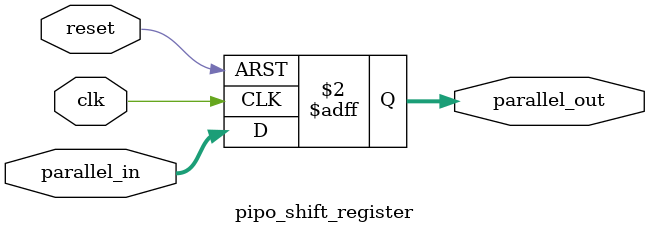
<source format=v>
`timescale 1ns / 1ps



module pipo_shift_register (
    input  wire        clk,
    input  wire        reset,
    input  wire [3:0]  parallel_in,
    output reg  [3:0]  parallel_out
);

    always @(posedge clk or posedge reset) begin
        if (reset)
            parallel_out <= 4'b0000;
        else
            parallel_out <= parallel_in;
    end

endmodule


</source>
